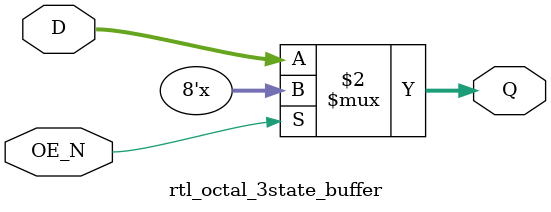
<source format=v>
module rtl_octal_3state_buffer
(
	input wire[7:0]  D,
	output wire[7:0] Q,
    input wire OE_N     // Output Enable (negated)
);

    assign Q = !OE_N ? D : {8{1'bz}};

endmodule
</source>
